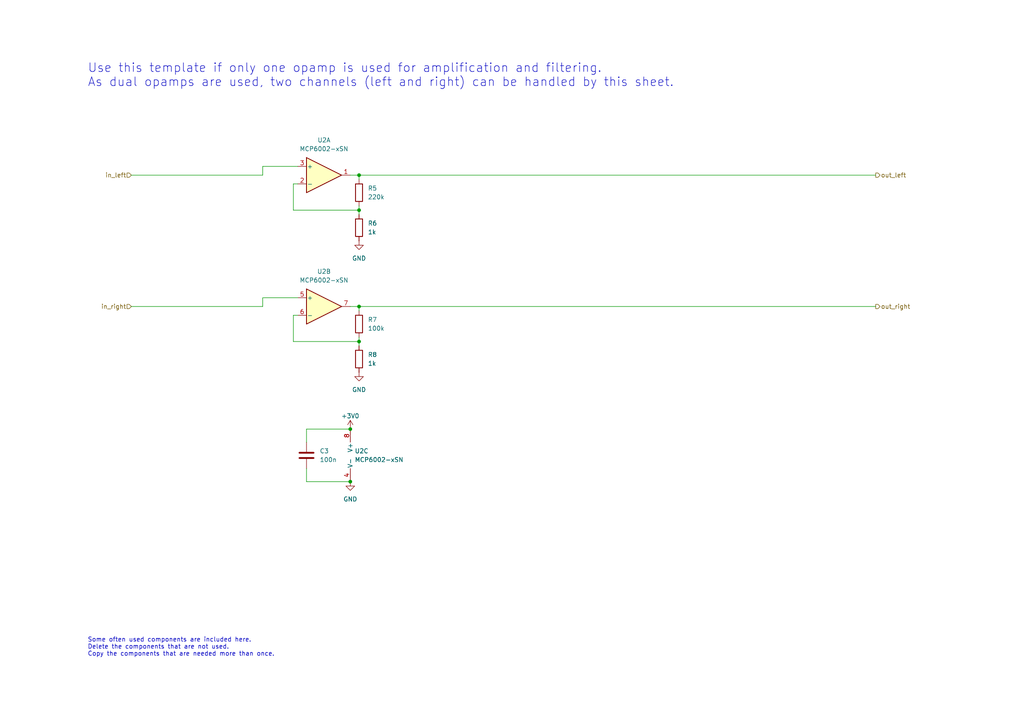
<source format=kicad_sch>
(kicad_sch (version 20250114) (generator "eeschema") (generator_version "9.0")
  (paper "A4")
  (title_block (title "Amplifiers and Filters") (date "2022-12-22") (company "hhrt@zhaw.ch"))
  (lib_symbols
    (symbol "Amplifier_Operational:MCP6002-xSN" (pin_names (offset 0.127))
      (property "Reference" "U" (at 0 5.08 0))
      (property "Value" "MCP6002-xSN" (at 0 -5.08 0))
      (symbol "MCP6002-xSN_1_1"
        (polyline (pts (xy -5.08 5.08) (xy 5.08 0) (xy -5.08 -5.08) (xy -5.08 5.08)) (stroke (width 0.254)) (fill (type background)))
        (pin input line (at -7.62 2.54 0) (length 2.54) (name "+") (number "3"))
        (pin input line (at -7.62 -2.54 0) (length 2.54) (name "-") (number "2"))
        (pin output line (at 7.62 0 180) (length 2.54) (name "~") (number "1"))
      )
      (symbol "MCP6002-xSN_2_1"
        (polyline (pts (xy -5.08 5.08) (xy 5.08 0) (xy -5.08 -5.08) (xy -5.08 5.08)) (stroke (width 0.254)) (fill (type background)))
        (pin input line (at -7.62 2.54 0) (length 2.54) (name "+") (number "5"))
        (pin input line (at -7.62 -2.54 0) (length 2.54) (name "-") (number "6"))
        (pin output line (at 7.62 0 180) (length 2.54) (name "~") (number "7"))
      )
      (symbol "MCP6002-xSN_3_1"
        (pin power_in line (at -2.54 7.62 270) (length 3.81) (name "V+") (number "8"))
        (pin power_in line (at -2.54 -7.62 90) (length 3.81) (name "V-") (number "4"))
      )
    )
    (symbol "Device:C" (pin_numbers (hide yes)) (pin_names (offset 0.254))
      (property "Reference" "C" (at 0.635 2.54 0))
      (property "Value" "C" (at 0.635 -2.54 0))
      (symbol "C_0_1"
        (polyline (pts (xy -2.032 0.762) (xy 2.032 0.762)) (stroke (width 0.508)))
        (polyline (pts (xy -2.032 -0.762) (xy 2.032 -0.762)) (stroke (width 0.508)))
      )
      (symbol "C_1_1"
        (pin passive line (at 0 3.81 270) (length 2.794) (name "~") (number "1"))
        (pin passive line (at 0 -3.81 90) (length 2.794) (name "~") (number "2"))
      )
    )
    (symbol "Device:R" (pin_numbers (hide yes)) (pin_names (offset 0))
      (property "Reference" "R" (at 2.032 0 90))
      (property "Value" "R" (at 0 0 90))
      (symbol "R_0_1"
        (rectangle (start -1.016 -2.54) (end 1.016 2.54) (stroke (width 0.254)))
      )
      (symbol "R_1_1"
        (pin passive line (at 0 3.81 270) (length 1.27) (name "~") (number "1"))
        (pin passive line (at 0 -3.81 90) (length 1.27) (name "~") (number "2"))
      )
    )
    (symbol "power:+3V0" (power) (pin_numbers (hide yes)) (pin_names (offset 0) (hide yes))
      (property "Value" "+3V0" (at 0 3.556 0))
      (symbol "+3V0_0_1"
        (polyline (pts (xy -0.762 1.27) (xy 0 2.54)))
        (polyline (pts (xy 0 2.54) (xy 0.762 1.27)))
        (polyline (pts (xy 0 0) (xy 0 2.54)))
      )
      (symbol "+3V0_1_1"
        (pin power_in line (at 0 0 90) (length 0) (name "~") (number "1"))
      )
    )
    (symbol "power:GND" (power) (pin_numbers (hide yes)) (pin_names (offset 0) (hide yes))
      (property "Value" "GND" (at 0 -3.81 0))
      (symbol "GND_0_1"
        (polyline (pts (xy 0 0) (xy 0 -1.27) (xy 1.27 -1.27) (xy 0 -2.54) (xy -1.27 -1.27) (xy 0 -1.27)))
      )
      (symbol "GND_1_1"
        (pin power_in line (at 0 0 270) (length 0) (name "~") (number "1"))
      )
    )
  )
  (text "Use this template if only one opamp is used for amplification and filtering.\nAs dual opamps are used, two channels (left and right) can be handled by this sheet." (at 25.4 25.4 0) (effects (font (size 2.54 2.54)) (justify left bottom)))
  (text "Some often used components are included here.\nDelete the components that are not used.\nCopy the components that are needed more than once." (at 25.4 190.5 0) (effects (font (size 1.27 1.27)) (justify left bottom)))
  (junction (at 104.14 50.8))
  (junction (at 104.14 60.96))
  (junction (at 101.6 139.7))
  (junction (at 101.6 124.46))
  (junction (at 104.14 88.9))
  (junction (at 104.14 99.06))
  (wire (pts (xy 86.36 91.44) (xy 85.09 91.44)))
  (wire (pts (xy 85.09 53.34) (xy 85.09 60.96)))
  (wire (pts (xy 85.09 60.96) (xy 104.14 60.96)))
  (wire (pts (xy 85.09 91.44) (xy 85.09 99.06)))
  (wire (pts (xy 101.6 50.8) (xy 104.14 50.8)))
  (wire (pts (xy 104.14 60.96) (xy 104.14 62.23)))
  (wire (pts (xy 88.9 124.46) (xy 101.6 124.46)))
  (wire (pts (xy 38.1 88.9) (xy 76.2 88.9)))
  (wire (pts (xy 85.09 99.06) (xy 104.14 99.06)))
  (wire (pts (xy 104.14 97.79) (xy 104.14 99.06)))
  (wire (pts (xy 88.9 139.7) (xy 101.6 139.7)))
  (wire (pts (xy 38.1 50.8) (xy 76.2 50.8)))
  (wire (pts (xy 101.6 88.9) (xy 104.14 88.9)))
  (wire (pts (xy 88.9 128.27) (xy 88.9 124.46)))
  (wire (pts (xy 88.9 135.89) (xy 88.9 139.7)))
  (wire (pts (xy 104.14 99.06) (xy 104.14 100.33)))
  (wire (pts (xy 86.36 86.36) (xy 76.2 86.36)))
  (wire (pts (xy 104.14 50.8) (xy 104.14 52.07)))
  (wire (pts (xy 104.14 88.9) (xy 254 88.9)))
  (wire (pts (xy 86.36 53.34) (xy 85.09 53.34)))
  (wire (pts (xy 104.14 50.8) (xy 254 50.8)))
  (wire (pts (xy 104.14 88.9) (xy 104.14 90.17)))
  (wire (pts (xy 104.14 59.69) (xy 104.14 60.96)))
  (wire (pts (xy 76.2 86.36) (xy 76.2 88.9)))
  (wire (pts (xy 86.36 48.26) (xy 76.2 48.26)))
  (wire (pts (xy 76.2 48.26) (xy 76.2 50.8)))
  (hierarchical_label "in_left" (shape input) (at 38.1 50.8 180))
  (hierarchical_label "out_right" (shape output) (at 254 88.9 0))
  (hierarchical_label "out_left" (shape output) (at 254 50.8 0))
  (hierarchical_label "in_right" (shape input) (at 38.1 88.9 180))
  (symbol (lib_id "Amplifier_Operational:MCP6002-xSN") (at 104.14 132.08 0) (unit 3)
    (property "Reference" "U2" (at 102.87 130.8099 0) (effects (justify left)))
    (property "Value" "MCP6002-xSN" (at 102.87 133.3499 0) (effects (justify left)))
    (property "Footprint" "Package_SO:SOIC-8_3.9x4.9mm_P1.27mm" (effects (hide yes)))
    (property "Datasheet" "http://ww1.microchip.com/downloads/en/DeviceDoc/21733j.pdf" (effects (hide yes)))
    (property "Sim.Library" "spice\\MCP6002.lib" (effects (hide yes)))
    (property "Sim.Name" "MCP6002" (effects (hide yes)))
    (property "Sim.Pins" "1=1out 2=1in- 3=1in+ 4=vcc- 5=2in+ 6=2in- 7=2out 8=vcc+" (effects (hide yes)))
  )
  (symbol (lib_id "Device:R") (at 104.14 93.98 0) (unit 1)
    (property "Reference" "R7" (at 106.68 92.7099 0) (effects (justify left)))
    (property "Value" "100k" (at 106.68 95.2499 0) (effects (justify left)))
    (property "Footprint" "Resistor_SMD:R_0805_2012Metric_Pad1.20x1.40mm_HandSolder" (effects (hide yes)))
  )
  (symbol (lib_id "Device:R") (at 104.14 55.88 0) (unit 1)
    (property "Reference" "R5" (at 106.68 54.6099 0) (effects (justify left)))
    (property "Value" "220k" (at 106.68 57.1499 0) (effects (justify left)))
    (property "Footprint" "Resistor_SMD:R_0805_2012Metric_Pad1.20x1.40mm_HandSolder" (effects (hide yes)))
  )
  (symbol (lib_id "power:GND") (at 101.6 139.7 0) (unit 1)
    (property "Reference" "#PWR017" (effects (hide yes)))
    (property "Value" "GND" (at 101.6 144.78 0))
    (property "Description" "Power symbol creates a global label with name \"GND\" , ground" (effects (hide yes)))
  )
  (symbol (lib_id "Amplifier_Operational:MCP6002-xSN") (at 93.98 50.8 0) (unit 1)
    (property "Reference" "U2" (at 93.98 40.64 0))
    (property "Value" "MCP6002-xSN" (at 93.98 43.18 0))
    (property "Footprint" "Package_SO:SOIC-8_3.9x4.9mm_P1.27mm" (effects (hide yes)))
    (property "Datasheet" "http://ww1.microchip.com/downloads/en/DeviceDoc/21733j.pdf" (effects (hide yes)))
    (property "Sim.Library" "spice\\MCP6002.lib" (effects (hide yes)))
    (property "Sim.Name" "MCP6002" (effects (hide yes)))
    (property "Sim.Pins" "1=1out 2=1in- 3=1in+ 4=vcc- 5=2in+ 6=2in- 7=2out 8=vcc+" (effects (hide yes)))
  )
  (symbol (lib_id "power:+3V0") (at 101.6 124.46 0) (unit 1)
    (property "Reference" "#PWR016" (effects (hide yes)))
    (property "Value" "+3V0" (at 101.6 120.65 0))
    (property "Description" "Power symbol creates a global label with name \"+3V0\"" (effects (hide yes)))
  )
  (symbol (lib_id "power:GND") (at 104.14 69.85 0) (unit 1)
    (property "Reference" "#PWR018" (effects (hide yes)))
    (property "Value" "GND" (at 104.14 74.93 0))
    (property "Description" "Power symbol creates a global label with name \"GND\" , ground" (effects (hide yes)))
  )
  (symbol (lib_id "Device:R") (at 104.14 66.04 0) (unit 1)
    (property "Reference" "R6" (at 106.68 64.7699 0) (effects (justify left)))
    (property "Value" "1k" (at 106.68 67.3099 0) (effects (justify left)))
    (property "Footprint" "Resistor_SMD:R_0805_2012Metric_Pad1.20x1.40mm_HandSolder" (effects (hide yes)))
  )
  (symbol (lib_id "power:GND") (at 104.14 107.95 0) (unit 1)
    (property "Reference" "#PWR019" (effects (hide yes)))
    (property "Value" "GND" (at 104.14 113.03 0))
    (property "Description" "Power symbol creates a global label with name \"GND\" , ground" (effects (hide yes)))
  )
  (symbol (lib_id "Device:C") (at 88.9 132.08 0) (unit 1)
    (property "Reference" "C3" (at 92.71 130.8099 0) (effects (justify left)))
    (property "Value" "100n" (at 92.71 133.3499 0) (effects (justify left)))
    (property "Footprint" "Capacitor_SMD:C_0805_2012Metric_Pad1.18x1.45mm_HandSolder" (effects (hide yes)))
  )
  (symbol (lib_id "Amplifier_Operational:MCP6002-xSN") (at 93.98 88.9 0) (unit 2)
    (property "Reference" "U2" (at 93.98 78.74 0))
    (property "Value" "MCP6002-xSN" (at 93.98 81.28 0))
    (property "Footprint" "Package_SO:SOIC-8_3.9x4.9mm_P1.27mm" (effects (hide yes)))
    (property "Datasheet" "http://ww1.microchip.com/downloads/en/DeviceDoc/21733j.pdf" (effects (hide yes)))
    (property "Sim.Library" "spice\\MCP6002.lib" (effects (hide yes)))
    (property "Sim.Name" "MCP6002" (effects (hide yes)))
    (property "Sim.Pins" "1=1out 2=1in- 3=1in+ 4=vcc- 5=2in+ 6=2in- 7=2out 8=vcc+" (effects (hide yes)))
  )
  (symbol (lib_id "Device:R") (at 104.14 104.14 0) (unit 1)
    (property "Reference" "R8" (at 106.68 102.8699 0) (effects (justify left)))
    (property "Value" "1k" (at 106.68 105.4099 0) (effects (justify left)))
    (property "Footprint" "Resistor_SMD:R_0805_2012Metric_Pad1.20x1.40mm_HandSolder" (effects (hide yes)))
  )
)
</source>
